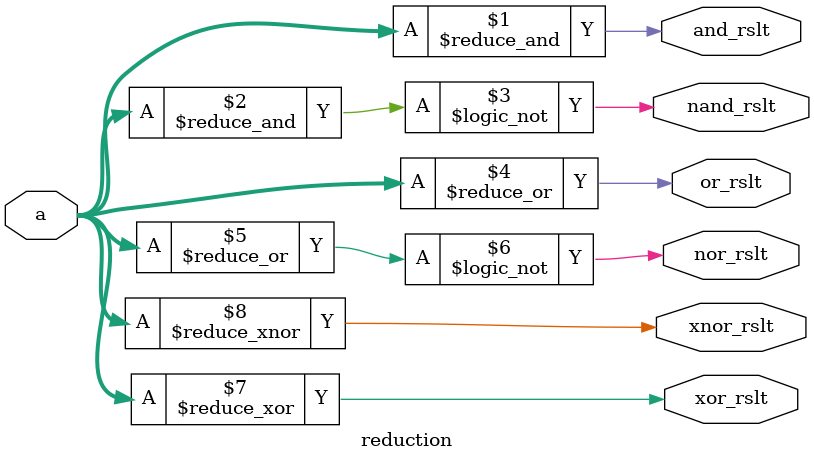
<source format=v>
module reduction (a, and_rslt, nand_rslt, or_rslt, nor_rslt, xor_rslt, xnor_rslt);
    input [3:0] a;
    output and_rslt, nand_rslt, or_rslt, nor_rslt, xor_rslt, xnor_rslt;
    
    assign and_rslt = &a; //reduction AND
    assign nand_rslt = ~&a; //reduction NAND
    assign or_rslt = |a; //reduction OR
    assign nor_rslt = ~|a; //reduction NOR
    assign xor_rslt = ^a; //reduction exclusive-OR
    assign xnor_rslt = ^~a; //reduction exclusive-NOR
endmodule
</source>
